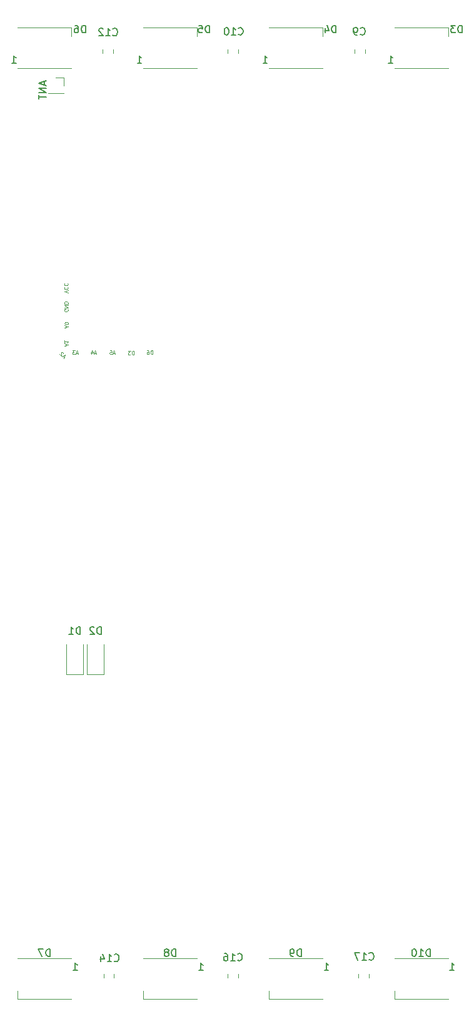
<source format=gbr>
G04 #@! TF.GenerationSoftware,KiCad,Pcbnew,(5.1.7)-1*
G04 #@! TF.CreationDate,2020-10-19T19:05:30+02:00*
G04 #@! TF.ProjectId,Touch-Steuerung,546f7563-682d-4537-9465-756572756e67,1.0*
G04 #@! TF.SameCoordinates,Original*
G04 #@! TF.FileFunction,Legend,Bot*
G04 #@! TF.FilePolarity,Positive*
%FSLAX46Y46*%
G04 Gerber Fmt 4.6, Leading zero omitted, Abs format (unit mm)*
G04 Created by KiCad (PCBNEW (5.1.7)-1) date 2020-10-19 19:05:30*
%MOMM*%
%LPD*%
G01*
G04 APERTURE LIST*
%ADD10C,0.100000*%
%ADD11C,0.120000*%
%ADD12C,0.150000*%
G04 APERTURE END LIST*
D10*
X78948809Y-76331666D02*
X78448809Y-76165000D01*
X78948809Y-75998333D01*
X78496428Y-75545952D02*
X78472619Y-75569761D01*
X78448809Y-75641190D01*
X78448809Y-75688809D01*
X78472619Y-75760238D01*
X78520238Y-75807857D01*
X78567857Y-75831666D01*
X78663095Y-75855476D01*
X78734523Y-75855476D01*
X78829761Y-75831666D01*
X78877380Y-75807857D01*
X78925000Y-75760238D01*
X78948809Y-75688809D01*
X78948809Y-75641190D01*
X78925000Y-75569761D01*
X78901190Y-75545952D01*
X78496428Y-75045952D02*
X78472619Y-75069761D01*
X78448809Y-75141190D01*
X78448809Y-75188809D01*
X78472619Y-75260238D01*
X78520238Y-75307857D01*
X78567857Y-75331666D01*
X78663095Y-75355476D01*
X78734523Y-75355476D01*
X78829761Y-75331666D01*
X78877380Y-75307857D01*
X78925000Y-75260238D01*
X78948809Y-75188809D01*
X78948809Y-75141190D01*
X78925000Y-75069761D01*
X78901190Y-75045952D01*
X90410547Y-84654190D02*
X90410547Y-84154190D01*
X90291500Y-84154190D01*
X90220071Y-84178000D01*
X90172452Y-84225619D01*
X90148642Y-84273238D01*
X90124833Y-84368476D01*
X90124833Y-84439904D01*
X90148642Y-84535142D01*
X90172452Y-84582761D01*
X90220071Y-84630380D01*
X90291500Y-84654190D01*
X90410547Y-84654190D01*
X89696261Y-84154190D02*
X89791500Y-84154190D01*
X89839119Y-84178000D01*
X89862928Y-84201809D01*
X89910547Y-84273238D01*
X89934357Y-84368476D01*
X89934357Y-84558952D01*
X89910547Y-84606571D01*
X89886738Y-84630380D01*
X89839119Y-84654190D01*
X89743880Y-84654190D01*
X89696261Y-84630380D01*
X89672452Y-84606571D01*
X89648642Y-84558952D01*
X89648642Y-84439904D01*
X89672452Y-84392285D01*
X89696261Y-84368476D01*
X89743880Y-84344666D01*
X89839119Y-84344666D01*
X89886738Y-84368476D01*
X89910547Y-84392285D01*
X89934357Y-84439904D01*
X87870547Y-84717690D02*
X87870547Y-84217690D01*
X87751500Y-84217690D01*
X87680071Y-84241500D01*
X87632452Y-84289119D01*
X87608642Y-84336738D01*
X87584833Y-84431976D01*
X87584833Y-84503404D01*
X87608642Y-84598642D01*
X87632452Y-84646261D01*
X87680071Y-84693880D01*
X87751500Y-84717690D01*
X87870547Y-84717690D01*
X87418166Y-84217690D02*
X87108642Y-84217690D01*
X87275309Y-84408166D01*
X87203880Y-84408166D01*
X87156261Y-84431976D01*
X87132452Y-84455785D01*
X87108642Y-84503404D01*
X87108642Y-84622452D01*
X87132452Y-84670071D01*
X87156261Y-84693880D01*
X87203880Y-84717690D01*
X87346738Y-84717690D01*
X87394357Y-84693880D01*
X87418166Y-84670071D01*
X85318642Y-84511333D02*
X85080547Y-84511333D01*
X85366261Y-84654190D02*
X85199595Y-84154190D01*
X85032928Y-84654190D01*
X84628166Y-84154190D02*
X84866261Y-84154190D01*
X84890071Y-84392285D01*
X84866261Y-84368476D01*
X84818642Y-84344666D01*
X84699595Y-84344666D01*
X84651976Y-84368476D01*
X84628166Y-84392285D01*
X84604357Y-84439904D01*
X84604357Y-84558952D01*
X84628166Y-84606571D01*
X84651976Y-84630380D01*
X84699595Y-84654190D01*
X84818642Y-84654190D01*
X84866261Y-84630380D01*
X84890071Y-84606571D01*
X82778642Y-84511333D02*
X82540547Y-84511333D01*
X82826261Y-84654190D02*
X82659595Y-84154190D01*
X82492928Y-84654190D01*
X82111976Y-84320857D02*
X82111976Y-84654190D01*
X82231023Y-84130380D02*
X82350071Y-84487523D01*
X82040547Y-84487523D01*
X80302142Y-84511333D02*
X80064047Y-84511333D01*
X80349761Y-84654190D02*
X80183095Y-84154190D01*
X80016428Y-84654190D01*
X79897380Y-84154190D02*
X79587857Y-84154190D01*
X79754523Y-84344666D01*
X79683095Y-84344666D01*
X79635476Y-84368476D01*
X79611666Y-84392285D01*
X79587857Y-84439904D01*
X79587857Y-84558952D01*
X79611666Y-84606571D01*
X79635476Y-84630380D01*
X79683095Y-84654190D01*
X79825952Y-84654190D01*
X79873571Y-84630380D01*
X79897380Y-84606571D01*
X78424112Y-85056963D02*
X78255753Y-84888604D01*
X78356769Y-85191650D02*
X78592471Y-84720246D01*
X78121066Y-84955948D01*
X78339933Y-84535051D02*
X78339933Y-84501379D01*
X78323097Y-84450872D01*
X78238917Y-84366692D01*
X78188410Y-84349856D01*
X78154738Y-84349856D01*
X78104230Y-84366692D01*
X78070559Y-84400364D01*
X78036887Y-84467708D01*
X78036887Y-84871769D01*
X77818021Y-84652902D01*
X78655166Y-83515142D02*
X78655166Y-83277047D01*
X78512309Y-83562761D02*
X79012309Y-83396095D01*
X78512309Y-83229428D01*
X78512309Y-82800857D02*
X78512309Y-83086571D01*
X78512309Y-82943714D02*
X79012309Y-82943714D01*
X78940880Y-82991333D01*
X78893261Y-83038952D01*
X78869452Y-83086571D01*
X78655166Y-81038642D02*
X78655166Y-80800547D01*
X78512309Y-81086261D02*
X79012309Y-80919595D01*
X78512309Y-80752928D01*
X79012309Y-80491023D02*
X79012309Y-80443404D01*
X78988500Y-80395785D01*
X78964690Y-80371976D01*
X78917071Y-80348166D01*
X78821833Y-80324357D01*
X78702785Y-80324357D01*
X78607547Y-80348166D01*
X78559928Y-80371976D01*
X78536119Y-80395785D01*
X78512309Y-80443404D01*
X78512309Y-80491023D01*
X78536119Y-80538642D01*
X78559928Y-80562452D01*
X78607547Y-80586261D01*
X78702785Y-80610071D01*
X78821833Y-80610071D01*
X78917071Y-80586261D01*
X78964690Y-80562452D01*
X78988500Y-80538642D01*
X79012309Y-80491023D01*
X78925000Y-78585952D02*
X78948809Y-78633571D01*
X78948809Y-78705000D01*
X78925000Y-78776428D01*
X78877380Y-78824047D01*
X78829761Y-78847857D01*
X78734523Y-78871666D01*
X78663095Y-78871666D01*
X78567857Y-78847857D01*
X78520238Y-78824047D01*
X78472619Y-78776428D01*
X78448809Y-78705000D01*
X78448809Y-78657380D01*
X78472619Y-78585952D01*
X78496428Y-78562142D01*
X78663095Y-78562142D01*
X78663095Y-78657380D01*
X78448809Y-78347857D02*
X78948809Y-78347857D01*
X78448809Y-78062142D01*
X78948809Y-78062142D01*
X78448809Y-77824047D02*
X78948809Y-77824047D01*
X78948809Y-77705000D01*
X78925000Y-77633571D01*
X78877380Y-77585952D01*
X78829761Y-77562142D01*
X78734523Y-77538333D01*
X78663095Y-77538333D01*
X78567857Y-77562142D01*
X78520238Y-77585952D01*
X78472619Y-77633571D01*
X78448809Y-77705000D01*
X78448809Y-77824047D01*
D11*
X78360000Y-49300000D02*
X78360000Y-49360000D01*
X78360000Y-49360000D02*
X76240000Y-49360000D01*
X76240000Y-49360000D02*
X76240000Y-49300000D01*
X76240000Y-49300000D02*
X78360000Y-49300000D01*
X78360000Y-48300000D02*
X78360000Y-47240000D01*
X78360000Y-47240000D02*
X77300000Y-47240000D01*
X81035000Y-123887500D02*
X81035000Y-127947500D01*
X81035000Y-127947500D02*
X78765000Y-127947500D01*
X78765000Y-127947500D02*
X78765000Y-123887500D01*
X81565000Y-127972500D02*
X81565000Y-123912500D01*
X83835000Y-127972500D02*
X81565000Y-127972500D01*
X83835000Y-123912500D02*
X83835000Y-127972500D01*
X123150000Y-45950000D02*
X130450000Y-45950000D01*
X123150000Y-40450000D02*
X130450000Y-40450000D01*
X130450000Y-40450000D02*
X130450000Y-41600000D01*
X113450000Y-40450000D02*
X113450000Y-41600000D01*
X106150000Y-40450000D02*
X113450000Y-40450000D01*
X106150000Y-45950000D02*
X113450000Y-45950000D01*
X96450000Y-40450000D02*
X96450000Y-41600000D01*
X89150000Y-40450000D02*
X96450000Y-40450000D01*
X89150000Y-45950000D02*
X96450000Y-45950000D01*
X72150000Y-45950000D02*
X79450000Y-45950000D01*
X72150000Y-40450000D02*
X79450000Y-40450000D01*
X79450000Y-40450000D02*
X79450000Y-41600000D01*
X72150000Y-171950000D02*
X72150000Y-170800000D01*
X79450000Y-171950000D02*
X72150000Y-171950000D01*
X79450000Y-166450000D02*
X72150000Y-166450000D01*
X96450000Y-166450000D02*
X89150000Y-166450000D01*
X96450000Y-171950000D02*
X89150000Y-171950000D01*
X89150000Y-171950000D02*
X89150000Y-170800000D01*
X106150000Y-171950000D02*
X106150000Y-170800000D01*
X113450000Y-171950000D02*
X106150000Y-171950000D01*
X113450000Y-166450000D02*
X106150000Y-166450000D01*
X130450000Y-166450000D02*
X123150000Y-166450000D01*
X130450000Y-171950000D02*
X123150000Y-171950000D01*
X123150000Y-171950000D02*
X123150000Y-170800000D01*
X117790000Y-43886252D02*
X117790000Y-43363748D01*
X119210000Y-43886252D02*
X119210000Y-43363748D01*
X102010000Y-43886252D02*
X102010000Y-43363748D01*
X100590000Y-43886252D02*
X100590000Y-43363748D01*
X83640000Y-43886252D02*
X83640000Y-43363748D01*
X85060000Y-43886252D02*
X85060000Y-43363748D01*
X85210000Y-168563748D02*
X85210000Y-169086252D01*
X83790000Y-168563748D02*
X83790000Y-169086252D01*
X102010000Y-168538748D02*
X102010000Y-169061252D01*
X100590000Y-168538748D02*
X100590000Y-169061252D01*
X118290000Y-168538748D02*
X118290000Y-169061252D01*
X119710000Y-168538748D02*
X119710000Y-169061252D01*
D12*
X75752166Y-47728642D02*
X75752166Y-48204833D01*
X76037880Y-47633404D02*
X75037880Y-47966738D01*
X76037880Y-48300071D01*
X76037880Y-48633404D02*
X75037880Y-48633404D01*
X76037880Y-49204833D01*
X75037880Y-49204833D01*
X75037880Y-49538166D02*
X75037880Y-50109595D01*
X76037880Y-49823880D02*
X75037880Y-49823880D01*
X80638095Y-122552380D02*
X80638095Y-121552380D01*
X80400000Y-121552380D01*
X80257142Y-121600000D01*
X80161904Y-121695238D01*
X80114285Y-121790476D01*
X80066666Y-121980952D01*
X80066666Y-122123809D01*
X80114285Y-122314285D01*
X80161904Y-122409523D01*
X80257142Y-122504761D01*
X80400000Y-122552380D01*
X80638095Y-122552380D01*
X79114285Y-122552380D02*
X79685714Y-122552380D01*
X79400000Y-122552380D02*
X79400000Y-121552380D01*
X79495238Y-121695238D01*
X79590476Y-121790476D01*
X79685714Y-121838095D01*
X83438095Y-122552380D02*
X83438095Y-121552380D01*
X83200000Y-121552380D01*
X83057142Y-121600000D01*
X82961904Y-121695238D01*
X82914285Y-121790476D01*
X82866666Y-121980952D01*
X82866666Y-122123809D01*
X82914285Y-122314285D01*
X82961904Y-122409523D01*
X83057142Y-122504761D01*
X83200000Y-122552380D01*
X83438095Y-122552380D01*
X82485714Y-121647619D02*
X82438095Y-121600000D01*
X82342857Y-121552380D01*
X82104761Y-121552380D01*
X82009523Y-121600000D01*
X81961904Y-121647619D01*
X81914285Y-121742857D01*
X81914285Y-121838095D01*
X81961904Y-121980952D01*
X82533333Y-122552380D01*
X81914285Y-122552380D01*
X132338095Y-41152380D02*
X132338095Y-40152380D01*
X132100000Y-40152380D01*
X131957142Y-40200000D01*
X131861904Y-40295238D01*
X131814285Y-40390476D01*
X131766666Y-40580952D01*
X131766666Y-40723809D01*
X131814285Y-40914285D01*
X131861904Y-41009523D01*
X131957142Y-41104761D01*
X132100000Y-41152380D01*
X132338095Y-41152380D01*
X131433333Y-40152380D02*
X130814285Y-40152380D01*
X131147619Y-40533333D01*
X131004761Y-40533333D01*
X130909523Y-40580952D01*
X130861904Y-40628571D01*
X130814285Y-40723809D01*
X130814285Y-40961904D01*
X130861904Y-41057142D01*
X130909523Y-41104761D01*
X131004761Y-41152380D01*
X131290476Y-41152380D01*
X131385714Y-41104761D01*
X131433333Y-41057142D01*
X122364285Y-45252380D02*
X122935714Y-45252380D01*
X122650000Y-45252380D02*
X122650000Y-44252380D01*
X122745238Y-44395238D01*
X122840476Y-44490476D01*
X122935714Y-44538095D01*
X115238095Y-41152380D02*
X115238095Y-40152380D01*
X115000000Y-40152380D01*
X114857142Y-40200000D01*
X114761904Y-40295238D01*
X114714285Y-40390476D01*
X114666666Y-40580952D01*
X114666666Y-40723809D01*
X114714285Y-40914285D01*
X114761904Y-41009523D01*
X114857142Y-41104761D01*
X115000000Y-41152380D01*
X115238095Y-41152380D01*
X113809523Y-40485714D02*
X113809523Y-41152380D01*
X114047619Y-40104761D02*
X114285714Y-40819047D01*
X113666666Y-40819047D01*
X105364285Y-45252380D02*
X105935714Y-45252380D01*
X105650000Y-45252380D02*
X105650000Y-44252380D01*
X105745238Y-44395238D01*
X105840476Y-44490476D01*
X105935714Y-44538095D01*
X98138095Y-41152380D02*
X98138095Y-40152380D01*
X97900000Y-40152380D01*
X97757142Y-40200000D01*
X97661904Y-40295238D01*
X97614285Y-40390476D01*
X97566666Y-40580952D01*
X97566666Y-40723809D01*
X97614285Y-40914285D01*
X97661904Y-41009523D01*
X97757142Y-41104761D01*
X97900000Y-41152380D01*
X98138095Y-41152380D01*
X96661904Y-40152380D02*
X97138095Y-40152380D01*
X97185714Y-40628571D01*
X97138095Y-40580952D01*
X97042857Y-40533333D01*
X96804761Y-40533333D01*
X96709523Y-40580952D01*
X96661904Y-40628571D01*
X96614285Y-40723809D01*
X96614285Y-40961904D01*
X96661904Y-41057142D01*
X96709523Y-41104761D01*
X96804761Y-41152380D01*
X97042857Y-41152380D01*
X97138095Y-41104761D01*
X97185714Y-41057142D01*
X88364285Y-45252380D02*
X88935714Y-45252380D01*
X88650000Y-45252380D02*
X88650000Y-44252380D01*
X88745238Y-44395238D01*
X88840476Y-44490476D01*
X88935714Y-44538095D01*
X81338095Y-41152380D02*
X81338095Y-40152380D01*
X81100000Y-40152380D01*
X80957142Y-40200000D01*
X80861904Y-40295238D01*
X80814285Y-40390476D01*
X80766666Y-40580952D01*
X80766666Y-40723809D01*
X80814285Y-40914285D01*
X80861904Y-41009523D01*
X80957142Y-41104761D01*
X81100000Y-41152380D01*
X81338095Y-41152380D01*
X79909523Y-40152380D02*
X80100000Y-40152380D01*
X80195238Y-40200000D01*
X80242857Y-40247619D01*
X80338095Y-40390476D01*
X80385714Y-40580952D01*
X80385714Y-40961904D01*
X80338095Y-41057142D01*
X80290476Y-41104761D01*
X80195238Y-41152380D01*
X80004761Y-41152380D01*
X79909523Y-41104761D01*
X79861904Y-41057142D01*
X79814285Y-40961904D01*
X79814285Y-40723809D01*
X79861904Y-40628571D01*
X79909523Y-40580952D01*
X80004761Y-40533333D01*
X80195238Y-40533333D01*
X80290476Y-40580952D01*
X80338095Y-40628571D01*
X80385714Y-40723809D01*
X71364285Y-45252380D02*
X71935714Y-45252380D01*
X71650000Y-45252380D02*
X71650000Y-44252380D01*
X71745238Y-44395238D01*
X71840476Y-44490476D01*
X71935714Y-44538095D01*
X76538095Y-166152380D02*
X76538095Y-165152380D01*
X76300000Y-165152380D01*
X76157142Y-165200000D01*
X76061904Y-165295238D01*
X76014285Y-165390476D01*
X75966666Y-165580952D01*
X75966666Y-165723809D01*
X76014285Y-165914285D01*
X76061904Y-166009523D01*
X76157142Y-166104761D01*
X76300000Y-166152380D01*
X76538095Y-166152380D01*
X75633333Y-165152380D02*
X74966666Y-165152380D01*
X75395238Y-166152380D01*
X79664285Y-168052380D02*
X80235714Y-168052380D01*
X79950000Y-168052380D02*
X79950000Y-167052380D01*
X80045238Y-167195238D01*
X80140476Y-167290476D01*
X80235714Y-167338095D01*
X93538095Y-166152380D02*
X93538095Y-165152380D01*
X93300000Y-165152380D01*
X93157142Y-165200000D01*
X93061904Y-165295238D01*
X93014285Y-165390476D01*
X92966666Y-165580952D01*
X92966666Y-165723809D01*
X93014285Y-165914285D01*
X93061904Y-166009523D01*
X93157142Y-166104761D01*
X93300000Y-166152380D01*
X93538095Y-166152380D01*
X92395238Y-165580952D02*
X92490476Y-165533333D01*
X92538095Y-165485714D01*
X92585714Y-165390476D01*
X92585714Y-165342857D01*
X92538095Y-165247619D01*
X92490476Y-165200000D01*
X92395238Y-165152380D01*
X92204761Y-165152380D01*
X92109523Y-165200000D01*
X92061904Y-165247619D01*
X92014285Y-165342857D01*
X92014285Y-165390476D01*
X92061904Y-165485714D01*
X92109523Y-165533333D01*
X92204761Y-165580952D01*
X92395238Y-165580952D01*
X92490476Y-165628571D01*
X92538095Y-165676190D01*
X92585714Y-165771428D01*
X92585714Y-165961904D01*
X92538095Y-166057142D01*
X92490476Y-166104761D01*
X92395238Y-166152380D01*
X92204761Y-166152380D01*
X92109523Y-166104761D01*
X92061904Y-166057142D01*
X92014285Y-165961904D01*
X92014285Y-165771428D01*
X92061904Y-165676190D01*
X92109523Y-165628571D01*
X92204761Y-165580952D01*
X96664285Y-168052380D02*
X97235714Y-168052380D01*
X96950000Y-168052380D02*
X96950000Y-167052380D01*
X97045238Y-167195238D01*
X97140476Y-167290476D01*
X97235714Y-167338095D01*
X110538095Y-166152380D02*
X110538095Y-165152380D01*
X110300000Y-165152380D01*
X110157142Y-165200000D01*
X110061904Y-165295238D01*
X110014285Y-165390476D01*
X109966666Y-165580952D01*
X109966666Y-165723809D01*
X110014285Y-165914285D01*
X110061904Y-166009523D01*
X110157142Y-166104761D01*
X110300000Y-166152380D01*
X110538095Y-166152380D01*
X109490476Y-166152380D02*
X109300000Y-166152380D01*
X109204761Y-166104761D01*
X109157142Y-166057142D01*
X109061904Y-165914285D01*
X109014285Y-165723809D01*
X109014285Y-165342857D01*
X109061904Y-165247619D01*
X109109523Y-165200000D01*
X109204761Y-165152380D01*
X109395238Y-165152380D01*
X109490476Y-165200000D01*
X109538095Y-165247619D01*
X109585714Y-165342857D01*
X109585714Y-165580952D01*
X109538095Y-165676190D01*
X109490476Y-165723809D01*
X109395238Y-165771428D01*
X109204761Y-165771428D01*
X109109523Y-165723809D01*
X109061904Y-165676190D01*
X109014285Y-165580952D01*
X113664285Y-168052380D02*
X114235714Y-168052380D01*
X113950000Y-168052380D02*
X113950000Y-167052380D01*
X114045238Y-167195238D01*
X114140476Y-167290476D01*
X114235714Y-167338095D01*
X128014285Y-166152380D02*
X128014285Y-165152380D01*
X127776190Y-165152380D01*
X127633333Y-165200000D01*
X127538095Y-165295238D01*
X127490476Y-165390476D01*
X127442857Y-165580952D01*
X127442857Y-165723809D01*
X127490476Y-165914285D01*
X127538095Y-166009523D01*
X127633333Y-166104761D01*
X127776190Y-166152380D01*
X128014285Y-166152380D01*
X126490476Y-166152380D02*
X127061904Y-166152380D01*
X126776190Y-166152380D02*
X126776190Y-165152380D01*
X126871428Y-165295238D01*
X126966666Y-165390476D01*
X127061904Y-165438095D01*
X125871428Y-165152380D02*
X125776190Y-165152380D01*
X125680952Y-165200000D01*
X125633333Y-165247619D01*
X125585714Y-165342857D01*
X125538095Y-165533333D01*
X125538095Y-165771428D01*
X125585714Y-165961904D01*
X125633333Y-166057142D01*
X125680952Y-166104761D01*
X125776190Y-166152380D01*
X125871428Y-166152380D01*
X125966666Y-166104761D01*
X126014285Y-166057142D01*
X126061904Y-165961904D01*
X126109523Y-165771428D01*
X126109523Y-165533333D01*
X126061904Y-165342857D01*
X126014285Y-165247619D01*
X125966666Y-165200000D01*
X125871428Y-165152380D01*
X130664285Y-168052380D02*
X131235714Y-168052380D01*
X130950000Y-168052380D02*
X130950000Y-167052380D01*
X131045238Y-167195238D01*
X131140476Y-167290476D01*
X131235714Y-167338095D01*
X118566666Y-41357142D02*
X118614285Y-41404761D01*
X118757142Y-41452380D01*
X118852380Y-41452380D01*
X118995238Y-41404761D01*
X119090476Y-41309523D01*
X119138095Y-41214285D01*
X119185714Y-41023809D01*
X119185714Y-40880952D01*
X119138095Y-40690476D01*
X119090476Y-40595238D01*
X118995238Y-40500000D01*
X118852380Y-40452380D01*
X118757142Y-40452380D01*
X118614285Y-40500000D01*
X118566666Y-40547619D01*
X118090476Y-41452380D02*
X117900000Y-41452380D01*
X117804761Y-41404761D01*
X117757142Y-41357142D01*
X117661904Y-41214285D01*
X117614285Y-41023809D01*
X117614285Y-40642857D01*
X117661904Y-40547619D01*
X117709523Y-40500000D01*
X117804761Y-40452380D01*
X117995238Y-40452380D01*
X118090476Y-40500000D01*
X118138095Y-40547619D01*
X118185714Y-40642857D01*
X118185714Y-40880952D01*
X118138095Y-40976190D01*
X118090476Y-41023809D01*
X117995238Y-41071428D01*
X117804761Y-41071428D01*
X117709523Y-41023809D01*
X117661904Y-40976190D01*
X117614285Y-40880952D01*
X102042857Y-41357142D02*
X102090476Y-41404761D01*
X102233333Y-41452380D01*
X102328571Y-41452380D01*
X102471428Y-41404761D01*
X102566666Y-41309523D01*
X102614285Y-41214285D01*
X102661904Y-41023809D01*
X102661904Y-40880952D01*
X102614285Y-40690476D01*
X102566666Y-40595238D01*
X102471428Y-40500000D01*
X102328571Y-40452380D01*
X102233333Y-40452380D01*
X102090476Y-40500000D01*
X102042857Y-40547619D01*
X101090476Y-41452380D02*
X101661904Y-41452380D01*
X101376190Y-41452380D02*
X101376190Y-40452380D01*
X101471428Y-40595238D01*
X101566666Y-40690476D01*
X101661904Y-40738095D01*
X100471428Y-40452380D02*
X100376190Y-40452380D01*
X100280952Y-40500000D01*
X100233333Y-40547619D01*
X100185714Y-40642857D01*
X100138095Y-40833333D01*
X100138095Y-41071428D01*
X100185714Y-41261904D01*
X100233333Y-41357142D01*
X100280952Y-41404761D01*
X100376190Y-41452380D01*
X100471428Y-41452380D01*
X100566666Y-41404761D01*
X100614285Y-41357142D01*
X100661904Y-41261904D01*
X100709523Y-41071428D01*
X100709523Y-40833333D01*
X100661904Y-40642857D01*
X100614285Y-40547619D01*
X100566666Y-40500000D01*
X100471428Y-40452380D01*
X85042857Y-41457142D02*
X85090476Y-41504761D01*
X85233333Y-41552380D01*
X85328571Y-41552380D01*
X85471428Y-41504761D01*
X85566666Y-41409523D01*
X85614285Y-41314285D01*
X85661904Y-41123809D01*
X85661904Y-40980952D01*
X85614285Y-40790476D01*
X85566666Y-40695238D01*
X85471428Y-40600000D01*
X85328571Y-40552380D01*
X85233333Y-40552380D01*
X85090476Y-40600000D01*
X85042857Y-40647619D01*
X84090476Y-41552380D02*
X84661904Y-41552380D01*
X84376190Y-41552380D02*
X84376190Y-40552380D01*
X84471428Y-40695238D01*
X84566666Y-40790476D01*
X84661904Y-40838095D01*
X83709523Y-40647619D02*
X83661904Y-40600000D01*
X83566666Y-40552380D01*
X83328571Y-40552380D01*
X83233333Y-40600000D01*
X83185714Y-40647619D01*
X83138095Y-40742857D01*
X83138095Y-40838095D01*
X83185714Y-40980952D01*
X83757142Y-41552380D01*
X83138095Y-41552380D01*
X85242857Y-166757142D02*
X85290476Y-166804761D01*
X85433333Y-166852380D01*
X85528571Y-166852380D01*
X85671428Y-166804761D01*
X85766666Y-166709523D01*
X85814285Y-166614285D01*
X85861904Y-166423809D01*
X85861904Y-166280952D01*
X85814285Y-166090476D01*
X85766666Y-165995238D01*
X85671428Y-165900000D01*
X85528571Y-165852380D01*
X85433333Y-165852380D01*
X85290476Y-165900000D01*
X85242857Y-165947619D01*
X84290476Y-166852380D02*
X84861904Y-166852380D01*
X84576190Y-166852380D02*
X84576190Y-165852380D01*
X84671428Y-165995238D01*
X84766666Y-166090476D01*
X84861904Y-166138095D01*
X83433333Y-166185714D02*
X83433333Y-166852380D01*
X83671428Y-165804761D02*
X83909523Y-166519047D01*
X83290476Y-166519047D01*
X101942857Y-166657142D02*
X101990476Y-166704761D01*
X102133333Y-166752380D01*
X102228571Y-166752380D01*
X102371428Y-166704761D01*
X102466666Y-166609523D01*
X102514285Y-166514285D01*
X102561904Y-166323809D01*
X102561904Y-166180952D01*
X102514285Y-165990476D01*
X102466666Y-165895238D01*
X102371428Y-165800000D01*
X102228571Y-165752380D01*
X102133333Y-165752380D01*
X101990476Y-165800000D01*
X101942857Y-165847619D01*
X100990476Y-166752380D02*
X101561904Y-166752380D01*
X101276190Y-166752380D02*
X101276190Y-165752380D01*
X101371428Y-165895238D01*
X101466666Y-165990476D01*
X101561904Y-166038095D01*
X100133333Y-165752380D02*
X100323809Y-165752380D01*
X100419047Y-165800000D01*
X100466666Y-165847619D01*
X100561904Y-165990476D01*
X100609523Y-166180952D01*
X100609523Y-166561904D01*
X100561904Y-166657142D01*
X100514285Y-166704761D01*
X100419047Y-166752380D01*
X100228571Y-166752380D01*
X100133333Y-166704761D01*
X100085714Y-166657142D01*
X100038095Y-166561904D01*
X100038095Y-166323809D01*
X100085714Y-166228571D01*
X100133333Y-166180952D01*
X100228571Y-166133333D01*
X100419047Y-166133333D01*
X100514285Y-166180952D01*
X100561904Y-166228571D01*
X100609523Y-166323809D01*
X119742857Y-166557142D02*
X119790476Y-166604761D01*
X119933333Y-166652380D01*
X120028571Y-166652380D01*
X120171428Y-166604761D01*
X120266666Y-166509523D01*
X120314285Y-166414285D01*
X120361904Y-166223809D01*
X120361904Y-166080952D01*
X120314285Y-165890476D01*
X120266666Y-165795238D01*
X120171428Y-165700000D01*
X120028571Y-165652380D01*
X119933333Y-165652380D01*
X119790476Y-165700000D01*
X119742857Y-165747619D01*
X118790476Y-166652380D02*
X119361904Y-166652380D01*
X119076190Y-166652380D02*
X119076190Y-165652380D01*
X119171428Y-165795238D01*
X119266666Y-165890476D01*
X119361904Y-165938095D01*
X118457142Y-165652380D02*
X117790476Y-165652380D01*
X118219047Y-166652380D01*
M02*

</source>
